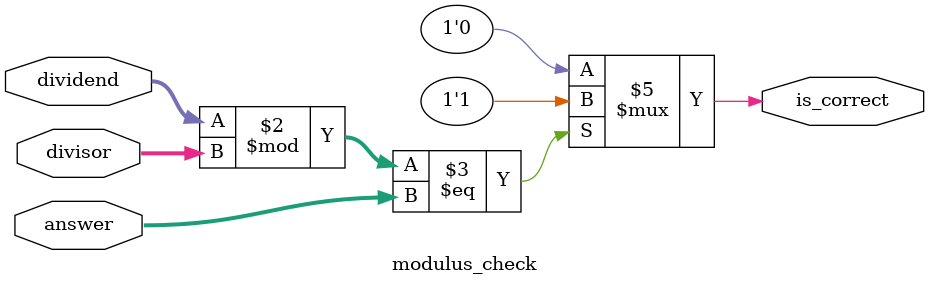
<source format=sv>
module modulus_check (
    input logic [6:0] dividend,
    input logic [3:0] divisor,
    input logic [3:0] answer,
    output logic is_correct
);

always_comb begin
    if (dividend % divisor == answer) is_correct = 1'b1;
    else is_correct = 1'b0;
end

endmodule
</source>
